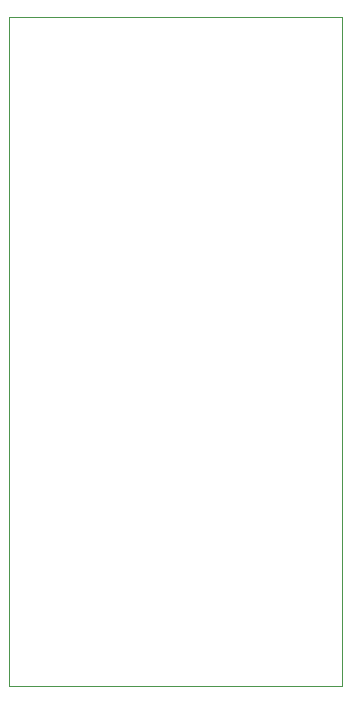
<source format=gm1>
%TF.GenerationSoftware,KiCad,Pcbnew,7.0.2-6a45011f42~172~ubuntu20.04.1*%
%TF.CreationDate,2023-04-23T14:48:58-04:00*%
%TF.ProjectId,RPiHeaderAdapter,52506948-6561-4646-9572-416461707465,rev?*%
%TF.SameCoordinates,Original*%
%TF.FileFunction,Profile,NP*%
%FSLAX46Y46*%
G04 Gerber Fmt 4.6, Leading zero omitted, Abs format (unit mm)*
G04 Created by KiCad (PCBNEW 7.0.2-6a45011f42~172~ubuntu20.04.1) date 2023-04-23 14:48:58*
%MOMM*%
%LPD*%
G01*
G04 APERTURE LIST*
%TA.AperFunction,Profile*%
%ADD10C,0.100000*%
%TD*%
G04 APERTURE END LIST*
D10*
X124104400Y-54406800D02*
X152273000Y-54406800D01*
X152273000Y-111023400D01*
X124104400Y-111023400D01*
X124104400Y-54406800D01*
M02*

</source>
